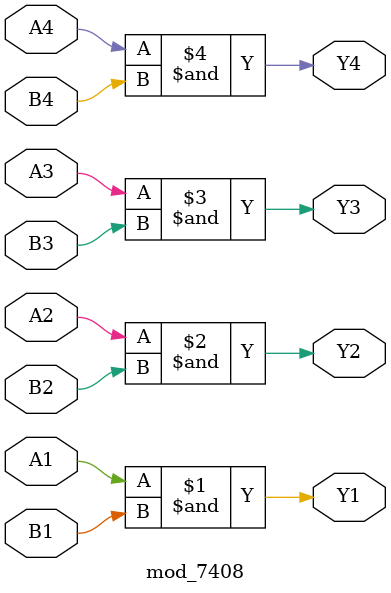
<source format=v>
module mod_7408 (
	input A1, input B1, output Y1, 
	input A2, input B2, output Y2, 
	input A3, input B3, output Y3, 
	input A4, input B4, output Y4
);
	assign Y1 = A1 & B1;
	assign Y2 = A2 & B2;
	assign Y3 = A3 & B3;
	assign Y4 = A4 & B4;
endmodule

</source>
